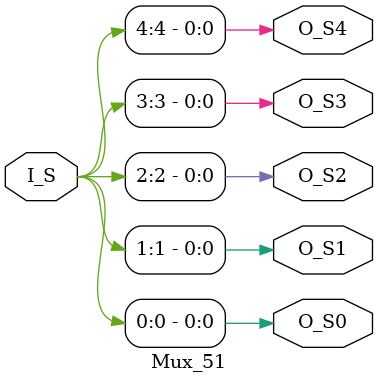
<source format=v>
`timescale 1ns / 1ps


module Mux_51(
        input   wire  [4:0] I_S ,
        output  wire        O_S0,
        output  wire        O_S1,
        output  wire        O_S2,
        output  wire        O_S3,
        output  wire        O_S4
    );
    assign {O_S4, O_S3, O_S2, O_S1, O_S0} = I_S;
endmodule

</source>
